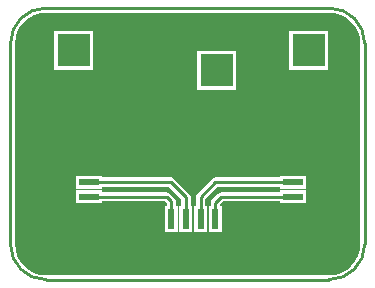
<source format=gtl>
G04*
G04 #@! TF.GenerationSoftware,Altium Limited,Altium Designer,24.1.2 (44)*
G04*
G04 Layer_Physical_Order=1*
G04 Layer_Color=255*
%FSLAX44Y44*%
%MOMM*%
G71*
G04*
G04 #@! TF.SameCoordinates,88338F56-DE7A-4AE7-A4E1-60EBC265CD24*
G04*
G04*
G04 #@! TF.FilePolarity,Positive*
G04*
G01*
G75*
%ADD19C,0.2540*%
%ADD20R,0.6000X1.7000*%
%ADD21R,1.0000X2.7000*%
%ADD22R,1.7000X0.6000*%
%ADD23R,2.7000X1.0000*%
%ADD24R,2.8000X2.8000*%
%ADD25C,2.8000*%
%ADD26R,2.8000X2.8000*%
G36*
X591339Y510420D02*
X596252Y508930D01*
X600780Y506510D01*
X604748Y503252D01*
X608005Y499284D01*
X610426Y494756D01*
X611916Y489843D01*
X612395Y484982D01*
X612345Y484734D01*
Y314734D01*
X612395Y314486D01*
X611916Y309625D01*
X610426Y304712D01*
X608005Y300184D01*
X604748Y296215D01*
X600780Y292959D01*
X596252Y290538D01*
X591339Y289048D01*
X586478Y288569D01*
X586230Y288619D01*
X346230D01*
X345982Y288569D01*
X341121Y289048D01*
X336208Y290538D01*
X331680Y292959D01*
X327711Y296215D01*
X324454Y300184D01*
X322034Y304712D01*
X320544Y309625D01*
X320065Y314486D01*
X320115Y314734D01*
Y484734D01*
X320065Y484982D01*
X320544Y489843D01*
X322034Y494756D01*
X324454Y499284D01*
X327711Y503252D01*
X331680Y506510D01*
X336208Y508930D01*
X341121Y510420D01*
X345982Y510899D01*
X346230Y510849D01*
X586230D01*
X586478Y510899D01*
X591339Y510420D01*
D02*
G37*
%LPC*%
G36*
X585410Y495540D02*
X552330D01*
Y462460D01*
X585410D01*
Y495540D01*
D02*
G37*
G36*
X386423D02*
X353344D01*
Y462460D01*
X386423D01*
Y495540D01*
D02*
G37*
G36*
X507602Y478415D02*
X474522D01*
Y445335D01*
X507602D01*
Y478415D01*
D02*
G37*
G36*
X566784Y372893D02*
X544704D01*
Y371237D01*
X489812D01*
X488325Y370942D01*
X487065Y370100D01*
X474565Y357600D01*
X473723Y356339D01*
X473427Y354853D01*
Y346878D01*
X471772D01*
Y324798D01*
X482852D01*
Y346878D01*
X481197D01*
Y353244D01*
X491421Y363468D01*
X544704D01*
Y361813D01*
X566784D01*
Y372893D01*
D02*
G37*
G36*
Y360393D02*
X544704D01*
Y358737D01*
X494827D01*
X493340Y358442D01*
X492080Y357600D01*
X487065Y352585D01*
X486223Y351325D01*
X485927Y349838D01*
Y346878D01*
X484272D01*
Y324798D01*
X495352D01*
Y346878D01*
X493697D01*
Y348229D01*
X496436Y350968D01*
X544704D01*
Y349313D01*
X566784D01*
Y360393D01*
D02*
G37*
G36*
X394050Y372893D02*
X371970D01*
Y361813D01*
X394050D01*
Y363468D01*
X450703D01*
X460927Y353244D01*
Y346878D01*
X459272D01*
Y324798D01*
X470352D01*
Y346878D01*
X468697D01*
Y354853D01*
X468401Y356339D01*
X467559Y357600D01*
X455059Y370100D01*
X453799Y370942D01*
X452312Y371237D01*
X394050D01*
Y372893D01*
D02*
G37*
G36*
Y360393D02*
X371970D01*
Y349313D01*
X394050D01*
Y350968D01*
X446938D01*
X448427Y349479D01*
Y346878D01*
X446772D01*
Y324798D01*
X457852D01*
Y346878D01*
X456197D01*
Y351088D01*
X455901Y352575D01*
X455059Y353835D01*
X451294Y357600D01*
X450034Y358442D01*
X448547Y358737D01*
X394050D01*
Y360393D01*
D02*
G37*
%LPD*%
D19*
X616230Y484734D02*
G03*
X586230Y514734I-30000J0D01*
G01*
Y284734D02*
G03*
X616230Y314734I0J30000D01*
G01*
X346230Y514734D02*
G03*
X316230Y484734I0J-30000D01*
G01*
Y314734D02*
G03*
X346230Y284734I30000J0D01*
G01*
X586230D01*
X346230Y514734D02*
X586230D01*
X616230Y314734D02*
Y484734D01*
X316230Y314734D02*
Y484734D01*
X477312Y335838D02*
Y354853D01*
X489812Y367353D01*
X555744D01*
X489812Y335838D02*
Y349838D01*
X494827Y354853D02*
X555744D01*
X489812Y349838D02*
X494827Y354853D01*
X464812Y335838D02*
Y354853D01*
X452312Y367353D02*
X464812Y354853D01*
X383010Y367353D02*
X452312D01*
Y335838D02*
Y351088D01*
X448547Y354853D02*
X452312Y351088D01*
X383010Y354853D02*
X448547D01*
D20*
X452312Y335838D02*
D03*
X464812D02*
D03*
X477312D02*
D03*
X489812D02*
D03*
D21*
X433812Y303838D02*
D03*
X508312D02*
D03*
D22*
X555744Y354853D02*
D03*
Y367353D02*
D03*
X383010D02*
D03*
Y354853D02*
D03*
D23*
X587744Y385853D02*
D03*
Y336353D02*
D03*
X351010D02*
D03*
Y385853D02*
D03*
D24*
X491062Y461875D02*
D03*
D25*
X441062D02*
D03*
X369883Y429000D02*
D03*
X568870D02*
D03*
D26*
X369883Y479000D02*
D03*
X568870D02*
D03*
M02*

</source>
